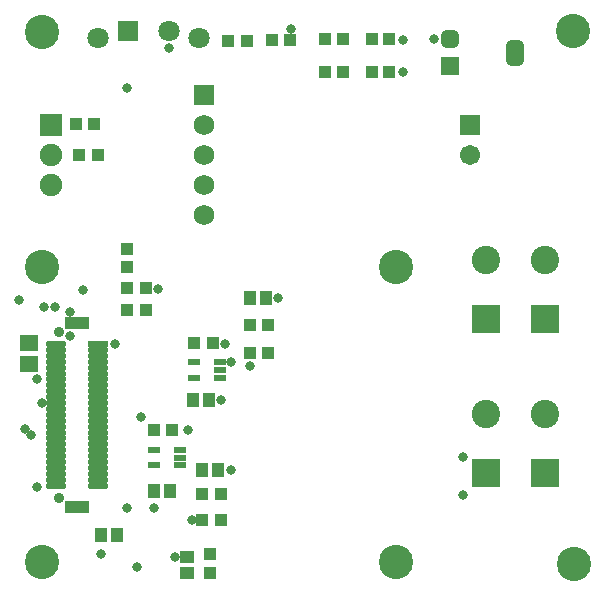
<source format=gts>
G04*
G04 #@! TF.GenerationSoftware,Altium Limited,Altium Designer,19.1.7 (138)*
G04*
G04 Layer_Color=8388736*
%FSLAX25Y25*%
%MOIN*%
G70*
G01*
G75*
%ADD29R,0.04147X0.02178*%
%ADD30R,0.06312X0.05328*%
%ADD31R,0.03950X0.03950*%
%ADD32R,0.04147X0.04147*%
%ADD33R,0.05918X0.05918*%
G04:AMPARAMS|DCode=34|XSize=59.18mil|YSize=59.18mil|CornerRadius=16.8mil|HoleSize=0mil|Usage=FLASHONLY|Rotation=180.000|XOffset=0mil|YOffset=0mil|HoleType=Round|Shape=RoundedRectangle|*
%AMROUNDEDRECTD34*
21,1,0.05918,0.02559,0,0,180.0*
21,1,0.02559,0.05918,0,0,180.0*
1,1,0.03359,-0.01280,0.01280*
1,1,0.03359,0.01280,0.01280*
1,1,0.03359,0.01280,-0.01280*
1,1,0.03359,-0.01280,-0.01280*
%
%ADD34ROUNDEDRECTD34*%
G04:AMPARAMS|DCode=35|XSize=59.18mil|YSize=86.74mil|CornerRadius=16.8mil|HoleSize=0mil|Usage=FLASHONLY|Rotation=180.000|XOffset=0mil|YOffset=0mil|HoleType=Round|Shape=RoundedRectangle|*
%AMROUNDEDRECTD35*
21,1,0.05918,0.05315,0,0,180.0*
21,1,0.02559,0.08674,0,0,180.0*
1,1,0.03359,-0.01280,0.02657*
1,1,0.03359,0.01280,0.02657*
1,1,0.03359,0.01280,-0.02657*
1,1,0.03359,-0.01280,-0.02657*
%
%ADD35ROUNDEDRECTD35*%
%ADD36R,0.04147X0.04147*%
%ADD37R,0.04143X0.04537*%
%ADD38R,0.04537X0.04143*%
%ADD39R,0.07887X0.03950*%
%ADD40R,0.07099X0.01981*%
%ADD41O,0.07099X0.01981*%
%ADD42R,0.06800X0.06800*%
%ADD43C,0.06800*%
%ADD44C,0.06706*%
%ADD45R,0.06706X0.06706*%
%ADD46R,0.07493X0.07493*%
%ADD47C,0.07493*%
%ADD48R,0.07099X0.07099*%
%ADD49C,0.07099*%
%ADD50C,0.11430*%
%ADD51R,0.09461X0.09461*%
%ADD52C,0.09461*%
%ADD53C,0.03556*%
%ADD54C,0.03162*%
D29*
X56004Y42224D02*
D03*
Y44783D02*
D03*
Y47343D02*
D03*
X47343D02*
D03*
Y42224D02*
D03*
X60630Y71457D02*
D03*
Y76575D02*
D03*
X69291D02*
D03*
Y74016D02*
D03*
Y71457D02*
D03*
D30*
X5812Y82855D02*
D03*
Y75965D02*
D03*
D31*
X119837Y184271D02*
D03*
X125743D02*
D03*
X119837Y173276D02*
D03*
X125743D02*
D03*
X92716Y183858D02*
D03*
X86811D02*
D03*
D32*
X27461Y155905D02*
D03*
X21358D02*
D03*
X28543Y145669D02*
D03*
X22441D02*
D03*
X110487Y173228D02*
D03*
X104385D02*
D03*
X110487Y184231D02*
D03*
X104385D02*
D03*
X78248Y183819D02*
D03*
X72146D02*
D03*
X44587Y101181D02*
D03*
X38484D02*
D03*
X44587Y94095D02*
D03*
X38484D02*
D03*
X85366Y79527D02*
D03*
X79264D02*
D03*
X69587Y24016D02*
D03*
X63484D02*
D03*
Y32677D02*
D03*
X69587D02*
D03*
X66831Y82972D02*
D03*
X60728D02*
D03*
X53445Y54151D02*
D03*
X47343D02*
D03*
X79232Y89173D02*
D03*
X85335D02*
D03*
D33*
X146063Y175197D02*
D03*
D34*
Y184252D02*
D03*
D35*
X167717Y179724D02*
D03*
D36*
X38386Y108366D02*
D03*
Y114469D02*
D03*
X66142Y6496D02*
D03*
Y12598D02*
D03*
D37*
X84579Y98031D02*
D03*
X79264D02*
D03*
X68799Y40551D02*
D03*
X63484D02*
D03*
X29528Y18898D02*
D03*
X34843D02*
D03*
X60335Y64173D02*
D03*
X65650D02*
D03*
X47343Y33645D02*
D03*
X52658D02*
D03*
D38*
X58268Y6398D02*
D03*
Y11713D02*
D03*
D39*
X21654Y28346D02*
D03*
Y89764D02*
D03*
D40*
X28740Y82677D02*
D03*
D41*
Y80709D02*
D03*
Y78740D02*
D03*
Y76772D02*
D03*
Y74803D02*
D03*
Y72835D02*
D03*
Y70866D02*
D03*
Y68898D02*
D03*
Y66929D02*
D03*
Y64961D02*
D03*
Y62992D02*
D03*
Y61024D02*
D03*
Y59055D02*
D03*
Y57087D02*
D03*
Y55118D02*
D03*
Y53150D02*
D03*
Y51181D02*
D03*
Y49213D02*
D03*
Y47244D02*
D03*
Y45276D02*
D03*
Y43307D02*
D03*
Y41339D02*
D03*
Y39370D02*
D03*
Y37402D02*
D03*
Y35433D02*
D03*
X14567D02*
D03*
Y37402D02*
D03*
Y39370D02*
D03*
Y41339D02*
D03*
Y43307D02*
D03*
Y45276D02*
D03*
Y47244D02*
D03*
Y49213D02*
D03*
Y51181D02*
D03*
Y53150D02*
D03*
Y55118D02*
D03*
Y57087D02*
D03*
Y59055D02*
D03*
Y61024D02*
D03*
Y62992D02*
D03*
Y64961D02*
D03*
Y66929D02*
D03*
Y68898D02*
D03*
Y70866D02*
D03*
Y72835D02*
D03*
Y74803D02*
D03*
Y76772D02*
D03*
Y78740D02*
D03*
Y80709D02*
D03*
Y82677D02*
D03*
D42*
X64008Y165669D02*
D03*
D43*
Y155669D02*
D03*
Y145669D02*
D03*
Y135669D02*
D03*
Y125669D02*
D03*
D44*
X152756Y145669D02*
D03*
D45*
Y155669D02*
D03*
D46*
X12937D02*
D03*
D47*
Y145669D02*
D03*
Y135669D02*
D03*
D48*
X38583Y186987D02*
D03*
D49*
X52362D02*
D03*
X28740Y184507D02*
D03*
X62205D02*
D03*
D50*
X187402Y9449D02*
D03*
X187008Y187008D02*
D03*
X9843Y186614D02*
D03*
Y108268D02*
D03*
X127953D02*
D03*
Y9843D02*
D03*
X9843D02*
D03*
D51*
X177559Y90945D02*
D03*
X157874D02*
D03*
X177559Y39764D02*
D03*
X157874D02*
D03*
D52*
X177559Y110630D02*
D03*
X157874D02*
D03*
X177559Y59449D02*
D03*
X157874D02*
D03*
D53*
X15748Y31299D02*
D03*
Y86811D02*
D03*
D54*
X38189Y27853D02*
D03*
X41813Y8268D02*
D03*
X29528Y12697D02*
D03*
X47243Y27853D02*
D03*
X58760Y54151D02*
D03*
X42913Y58323D02*
D03*
X38189Y168110D02*
D03*
X23622Y100787D02*
D03*
X14173Y95079D02*
D03*
X10630Y94882D02*
D03*
X2387Y97319D02*
D03*
X8273Y35039D02*
D03*
X150394Y44882D02*
D03*
X8268Y70866D02*
D03*
X69685Y64173D02*
D03*
X19291Y93307D02*
D03*
Y85433D02*
D03*
X9843Y62992D02*
D03*
X4205Y54457D02*
D03*
X6299Y52362D02*
D03*
X52362Y181496D02*
D03*
X48819Y101102D02*
D03*
X79264Y75197D02*
D03*
X70866Y82825D02*
D03*
X34252Y82677D02*
D03*
X54331Y11713D02*
D03*
X72866Y40551D02*
D03*
X130315Y173276D02*
D03*
X140581Y184261D02*
D03*
X130315Y184133D02*
D03*
X92913Y187795D02*
D03*
X59842Y24016D02*
D03*
X88583Y98032D02*
D03*
X72835Y76575D02*
D03*
X150394Y32283D02*
D03*
M02*

</source>
